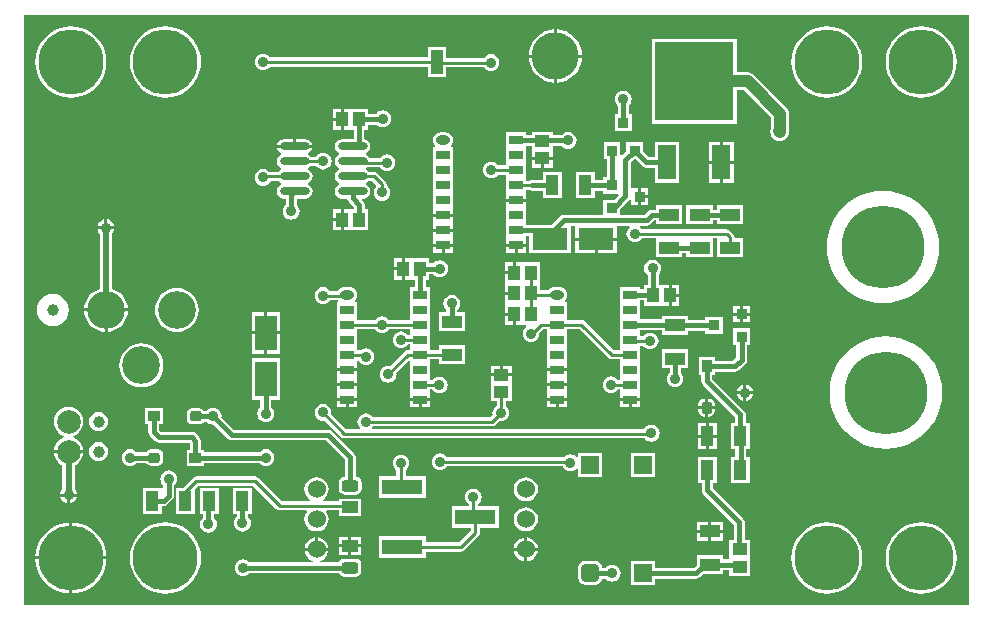
<source format=gtl>
G04 Layer_Physical_Order=1*
G04 Layer_Color=255*
%FSLAX25Y25*%
%MOIN*%
G70*
G01*
G75*
%ADD10C,0.15748*%
%ADD11R,0.03937X0.03347*%
G04:AMPARAMS|DCode=12|XSize=33.47mil|YSize=39.37mil|CornerRadius=8.37mil|HoleSize=0mil|Usage=FLASHONLY|Rotation=270.000|XOffset=0mil|YOffset=0mil|HoleType=Round|Shape=RoundedRectangle|*
%AMROUNDEDRECTD12*
21,1,0.03347,0.02264,0,0,270.0*
21,1,0.01673,0.03937,0,0,270.0*
1,1,0.01673,-0.01132,-0.00837*
1,1,0.01673,-0.01132,0.00837*
1,1,0.01673,0.01132,0.00837*
1,1,0.01673,0.01132,-0.00837*
%
%ADD12ROUNDEDRECTD12*%
%ADD13R,0.04724X0.03150*%
%ADD14O,0.04724X0.03150*%
%ADD15O,0.09843X0.02756*%
%ADD16R,0.03347X0.03937*%
G04:AMPARAMS|DCode=17|XSize=33.47mil|YSize=39.37mil|CornerRadius=8.37mil|HoleSize=0mil|Usage=FLASHONLY|Rotation=180.000|XOffset=0mil|YOffset=0mil|HoleType=Round|Shape=RoundedRectangle|*
%AMROUNDEDRECTD17*
21,1,0.03347,0.02264,0,0,180.0*
21,1,0.01673,0.03937,0,0,180.0*
1,1,0.01673,-0.00837,0.01132*
1,1,0.01673,0.00837,0.01132*
1,1,0.01673,0.00837,-0.01132*
1,1,0.01673,-0.00837,-0.01132*
%
%ADD17ROUNDEDRECTD17*%
%ADD18R,0.04134X0.05118*%
%ADD19R,0.13780X0.05118*%
%ADD20R,0.03740X0.03543*%
%ADD21R,0.03740X0.03543*%
%ADD22R,0.26378X0.26378*%
%ADD23R,0.06299X0.11811*%
%ADD24R,0.05118X0.04134*%
%ADD25R,0.07284X0.11811*%
%ADD26R,0.04331X0.06693*%
%ADD27R,0.05512X0.03937*%
G04:AMPARAMS|DCode=28|XSize=55.12mil|YSize=39.37mil|CornerRadius=9.84mil|HoleSize=0mil|Usage=FLASHONLY|Rotation=0.000|XOffset=0mil|YOffset=0mil|HoleType=Round|Shape=RoundedRectangle|*
%AMROUNDEDRECTD28*
21,1,0.05512,0.01969,0,0,0.0*
21,1,0.03543,0.03937,0,0,0.0*
1,1,0.01969,0.01772,-0.00984*
1,1,0.01969,-0.01772,-0.00984*
1,1,0.01969,-0.01772,0.00984*
1,1,0.01969,0.01772,0.00984*
%
%ADD28ROUNDEDRECTD28*%
%ADD29R,0.06693X0.04331*%
G04:AMPARAMS|DCode=30|XSize=60mil|YSize=60mil|CornerRadius=15mil|HoleSize=0mil|Usage=FLASHONLY|Rotation=180.000|XOffset=0mil|YOffset=0mil|HoleType=Round|Shape=RoundedRectangle|*
%AMROUNDEDRECTD30*
21,1,0.06000,0.03000,0,0,180.0*
21,1,0.03000,0.06000,0,0,180.0*
1,1,0.03000,-0.01500,0.01500*
1,1,0.03000,0.01500,0.01500*
1,1,0.03000,0.01500,-0.01500*
1,1,0.03000,-0.01500,-0.01500*
%
%ADD30ROUNDEDRECTD30*%
%ADD31R,0.06000X0.06000*%
%ADD32R,0.03937X0.07874*%
%ADD33R,0.03543X0.03740*%
%ADD34R,0.03543X0.03740*%
%ADD35R,0.11811X0.07284*%
%ADD36C,0.01000*%
%ADD37C,0.01500*%
%ADD38C,0.02000*%
%ADD39C,0.03937*%
%ADD40C,0.06000*%
%ADD41C,0.27559*%
%ADD42C,0.21654*%
%ADD43C,0.07874*%
%ADD44C,0.03937*%
%ADD45C,0.12598*%
%ADD46C,0.03543*%
G36*
X314961Y0D02*
X0D01*
X0Y196850D01*
X314961D01*
X314961Y0D01*
D02*
G37*
%LPC*%
G36*
X177764Y191939D02*
Y183571D01*
X186132D01*
X186009Y184810D01*
X185502Y186483D01*
X184678Y188025D01*
X183569Y189376D01*
X182218Y190485D01*
X180676Y191309D01*
X179003Y191816D01*
X177764Y191939D01*
D02*
G37*
G36*
X176764D02*
X175524Y191816D01*
X173851Y191309D01*
X172310Y190485D01*
X170958Y189376D01*
X169850Y188025D01*
X169026Y186483D01*
X168518Y184810D01*
X168396Y183571D01*
X176764D01*
Y191939D01*
D02*
G37*
G36*
X140764Y186039D02*
X134827D01*
Y182632D01*
X82103D01*
X81760Y183079D01*
X81181Y183523D01*
X80507Y183803D01*
X79783Y183898D01*
X79060Y183803D01*
X78385Y183523D01*
X77806Y183079D01*
X77362Y182500D01*
X77083Y181826D01*
X76988Y181102D01*
X77083Y180379D01*
X77362Y179705D01*
X77806Y179126D01*
X78385Y178681D01*
X79060Y178402D01*
X79783Y178307D01*
X80507Y178402D01*
X81181Y178681D01*
X81760Y179126D01*
X82103Y179573D01*
X134827D01*
Y176165D01*
X140764D01*
Y179376D01*
X153389D01*
X153732Y178929D01*
X154311Y178484D01*
X154985Y178205D01*
X155709Y178110D01*
X156432Y178205D01*
X157106Y178484D01*
X157685Y178929D01*
X158130Y179508D01*
X158409Y180182D01*
X158504Y180905D01*
X158409Y181629D01*
X158130Y182303D01*
X157685Y182882D01*
X157106Y183326D01*
X156432Y183606D01*
X155709Y183701D01*
X154985Y183606D01*
X154311Y183326D01*
X153732Y182882D01*
X153389Y182435D01*
X140764D01*
Y186039D01*
D02*
G37*
G36*
X186132Y182571D02*
X177764D01*
Y174203D01*
X179003Y174325D01*
X180676Y174833D01*
X182218Y175657D01*
X183569Y176766D01*
X184678Y178117D01*
X185502Y179658D01*
X186009Y181331D01*
X186132Y182571D01*
D02*
G37*
G36*
X176764D02*
X168396D01*
X168518Y181331D01*
X169026Y179658D01*
X169850Y178117D01*
X170958Y176766D01*
X172310Y175657D01*
X173851Y174833D01*
X175524Y174325D01*
X176764Y174203D01*
Y182571D01*
D02*
G37*
G36*
X299213Y192966D02*
X297357Y192820D01*
X295547Y192385D01*
X293827Y191673D01*
X292239Y190700D01*
X290824Y189491D01*
X289615Y188075D01*
X288642Y186488D01*
X287930Y184768D01*
X287495Y182958D01*
X287349Y181102D01*
X287495Y179246D01*
X287930Y177436D01*
X288642Y175716D01*
X289615Y174129D01*
X290824Y172714D01*
X292239Y171505D01*
X293827Y170532D01*
X295547Y169820D01*
X297357Y169385D01*
X299213Y169239D01*
X301068Y169385D01*
X302879Y169820D01*
X304598Y170532D01*
X306186Y171505D01*
X307601Y172714D01*
X308810Y174129D01*
X309783Y175716D01*
X310495Y177436D01*
X310930Y179246D01*
X311076Y181102D01*
X310930Y182958D01*
X310495Y184768D01*
X309783Y186488D01*
X308810Y188075D01*
X307601Y189491D01*
X306186Y190700D01*
X304598Y191673D01*
X302879Y192385D01*
X301068Y192820D01*
X299213Y192966D01*
D02*
G37*
G36*
X267717D02*
X265861Y192820D01*
X264051Y192385D01*
X262331Y191673D01*
X260743Y190700D01*
X259328Y189491D01*
X258119Y188075D01*
X257146Y186488D01*
X256434Y184768D01*
X255999Y182958D01*
X255853Y181102D01*
X255999Y179246D01*
X256434Y177436D01*
X257146Y175716D01*
X258119Y174129D01*
X259328Y172714D01*
X260743Y171505D01*
X262331Y170532D01*
X264051Y169820D01*
X265861Y169385D01*
X267717Y169239D01*
X269572Y169385D01*
X271382Y169820D01*
X273102Y170532D01*
X274690Y171505D01*
X276105Y172714D01*
X277314Y174129D01*
X278287Y175716D01*
X278999Y177436D01*
X279434Y179246D01*
X279580Y181102D01*
X279434Y182958D01*
X278999Y184768D01*
X278287Y186488D01*
X277314Y188075D01*
X276105Y189491D01*
X274690Y190700D01*
X273102Y191673D01*
X271382Y192385D01*
X269572Y192820D01*
X267717Y192966D01*
D02*
G37*
G36*
X47244D02*
X45388Y192820D01*
X43578Y192385D01*
X41858Y191673D01*
X40271Y190700D01*
X38855Y189491D01*
X37646Y188075D01*
X36674Y186488D01*
X35961Y184768D01*
X35527Y182958D01*
X35381Y181102D01*
X35527Y179246D01*
X35961Y177436D01*
X36674Y175716D01*
X37646Y174129D01*
X38855Y172714D01*
X40271Y171505D01*
X41858Y170532D01*
X43578Y169820D01*
X45388Y169385D01*
X47244Y169239D01*
X49100Y169385D01*
X50910Y169820D01*
X52630Y170532D01*
X54217Y171505D01*
X55633Y172714D01*
X56842Y174129D01*
X57814Y175716D01*
X58527Y177436D01*
X58961Y179246D01*
X59107Y181102D01*
X58961Y182958D01*
X58527Y184768D01*
X57814Y186488D01*
X56842Y188075D01*
X55633Y189491D01*
X54217Y190700D01*
X52630Y191673D01*
X50910Y192385D01*
X49100Y192820D01*
X47244Y192966D01*
D02*
G37*
G36*
X15748D02*
X13892Y192820D01*
X12082Y192385D01*
X10362Y191673D01*
X8775Y190700D01*
X7359Y189491D01*
X6150Y188075D01*
X5178Y186488D01*
X4465Y184768D01*
X4031Y182958D01*
X3885Y181102D01*
X4031Y179246D01*
X4465Y177436D01*
X5178Y175716D01*
X6150Y174129D01*
X7359Y172714D01*
X8775Y171505D01*
X10362Y170532D01*
X12082Y169820D01*
X13892Y169385D01*
X15748Y169239D01*
X17604Y169385D01*
X19414Y169820D01*
X21134Y170532D01*
X22721Y171505D01*
X24137Y172714D01*
X25346Y174129D01*
X26318Y175716D01*
X27031Y177436D01*
X27465Y179246D01*
X27611Y181102D01*
X27465Y182958D01*
X27031Y184768D01*
X26318Y186488D01*
X25346Y188075D01*
X24137Y189491D01*
X22721Y190700D01*
X21134Y191673D01*
X19414Y192385D01*
X17604Y192820D01*
X15748Y192966D01*
D02*
G37*
G36*
X105646Y165559D02*
X103079D01*
Y162500D01*
X105646D01*
Y165559D01*
D02*
G37*
G36*
X114921D02*
X106646D01*
Y162000D01*
Y158441D01*
X109963D01*
Y155424D01*
X106102D01*
X105175Y155240D01*
X104388Y154714D01*
X103862Y153928D01*
X103678Y153000D01*
X103862Y152072D01*
X104388Y151286D01*
X105175Y150760D01*
X105200Y150755D01*
Y150245D01*
X105175Y150240D01*
X104388Y149714D01*
X103862Y148928D01*
X103678Y148000D01*
X103862Y147072D01*
X104388Y146286D01*
X105175Y145760D01*
X105200Y145755D01*
Y145245D01*
X105175Y145240D01*
X104388Y144714D01*
X103862Y143928D01*
X103678Y143000D01*
X103862Y142072D01*
X104388Y141286D01*
X105175Y140760D01*
X105200Y140755D01*
Y140245D01*
X105175Y140240D01*
X104388Y139714D01*
X103862Y138928D01*
X103678Y138000D01*
X103862Y137072D01*
X104388Y136286D01*
X105175Y135760D01*
X106102Y135575D01*
X107872D01*
X107997Y134947D01*
X108384Y134368D01*
X110070Y132682D01*
Y132059D01*
X106646D01*
Y128500D01*
Y124941D01*
X114921D01*
Y132059D01*
X113639D01*
Y133421D01*
X113639Y133421D01*
X113503Y134104D01*
X113116Y134683D01*
X113116Y134683D01*
X112685Y135114D01*
X112877Y135575D01*
X113189D01*
X114117Y135760D01*
X114903Y136286D01*
X115429Y137072D01*
X115613Y138000D01*
X115429Y138928D01*
X114903Y139714D01*
X114117Y140240D01*
X114091Y140245D01*
Y140755D01*
X114117Y140760D01*
X114903Y141286D01*
X115027Y141471D01*
X116111D01*
X117542Y140039D01*
X117511Y139575D01*
X117067Y138996D01*
X116788Y138322D01*
X116693Y137598D01*
X116788Y136875D01*
X117067Y136201D01*
X117511Y135622D01*
X118090Y135177D01*
X118765Y134898D01*
X119488Y134803D01*
X120212Y134898D01*
X120886Y135177D01*
X121465Y135622D01*
X121909Y136201D01*
X122188Y136875D01*
X122284Y137598D01*
X122188Y138322D01*
X121909Y138996D01*
X121465Y139575D01*
X121018Y139918D01*
Y140256D01*
X120901Y140841D01*
X120570Y141337D01*
X117825Y144081D01*
X117329Y144413D01*
X116744Y144529D01*
X115027D01*
X114903Y144714D01*
X114117Y145240D01*
X114091Y145245D01*
Y145755D01*
X114117Y145760D01*
X114491Y146010D01*
X118743D01*
X119086Y145563D01*
X119665Y145118D01*
X120339Y144839D01*
X121063Y144744D01*
X121786Y144839D01*
X122461Y145118D01*
X123040Y145563D01*
X123484Y146142D01*
X123763Y146816D01*
X123859Y147539D01*
X123763Y148263D01*
X123484Y148937D01*
X123040Y149516D01*
X122461Y149960D01*
X121786Y150240D01*
X121063Y150335D01*
X120339Y150240D01*
X119665Y149960D01*
X119086Y149516D01*
X118743Y149069D01*
X115335D01*
X114903Y149714D01*
X114117Y150240D01*
X114091Y150245D01*
Y150755D01*
X114117Y150760D01*
X114903Y151286D01*
X115429Y152072D01*
X115613Y153000D01*
X115429Y153928D01*
X114903Y154714D01*
X114117Y155240D01*
X113531Y155357D01*
Y158441D01*
X114921D01*
Y160216D01*
X117724D01*
X118287Y159784D01*
X118962Y159504D01*
X119685Y159409D01*
X120409Y159504D01*
X121083Y159784D01*
X121662Y160228D01*
X122106Y160807D01*
X122385Y161481D01*
X122481Y162205D01*
X122385Y162928D01*
X122106Y163602D01*
X121662Y164181D01*
X121083Y164626D01*
X120409Y164905D01*
X119685Y165000D01*
X118962Y164905D01*
X118287Y164626D01*
X117708Y164181D01*
X117403Y163784D01*
X114921D01*
Y165559D01*
D02*
G37*
G36*
X105646Y161500D02*
X103079D01*
Y158441D01*
X105646D01*
Y161500D01*
D02*
G37*
G36*
X199902Y171496D02*
X199178Y171401D01*
X198504Y171122D01*
X197925Y170677D01*
X197480Y170099D01*
X197201Y169424D01*
X197106Y168701D01*
X197201Y167977D01*
X197480Y167303D01*
X197925Y166724D01*
X198117Y166576D01*
Y163697D01*
X197130D01*
Y157957D01*
X202673D01*
Y163697D01*
X201686D01*
Y166576D01*
X201878Y166724D01*
X202323Y167303D01*
X202602Y167977D01*
X202697Y168701D01*
X202602Y169424D01*
X202323Y170099D01*
X201878Y170677D01*
X201299Y171122D01*
X200625Y171401D01*
X199902Y171496D01*
D02*
G37*
G36*
X181496Y157717D02*
X180772Y157622D01*
X180098Y157342D01*
X179519Y156898D01*
X179372Y156705D01*
X176492D01*
Y157693D01*
X169374D01*
Y156705D01*
X167567D01*
Y157595D01*
X160843D01*
Y152445D01*
Y146608D01*
X158226D01*
X157882Y147055D01*
X157303Y147500D01*
X156629Y147779D01*
X155905Y147874D01*
X155182Y147779D01*
X154508Y147500D01*
X153929Y147055D01*
X153484Y146476D01*
X153205Y145802D01*
X153110Y145079D01*
X153205Y144355D01*
X153484Y143681D01*
X153929Y143102D01*
X154508Y142658D01*
X155182Y142378D01*
X155905Y142283D01*
X156629Y142378D01*
X157303Y142658D01*
X157882Y143102D01*
X158226Y143549D01*
X160843D01*
Y137445D01*
Y135520D01*
X164205D01*
X167567D01*
Y138490D01*
X168657D01*
X168923Y138312D01*
X169606Y138176D01*
X173016D01*
Y135614D01*
X179347D01*
Y144307D01*
X173016D01*
Y141745D01*
X169606D01*
X168923Y141609D01*
X168834Y141549D01*
X167567D01*
Y147445D01*
Y153137D01*
X169374D01*
Y151559D01*
Y149417D01*
X172933D01*
X176492D01*
Y151559D01*
Y153137D01*
X179372D01*
X179519Y152945D01*
X180098Y152500D01*
X180772Y152221D01*
X181496Y152126D01*
X182220Y152221D01*
X182894Y152500D01*
X183473Y152945D01*
X183917Y153524D01*
X184196Y154198D01*
X184292Y154921D01*
X184196Y155645D01*
X183917Y156319D01*
X183473Y156898D01*
X182894Y157342D01*
X182220Y157622D01*
X181496Y157717D01*
D02*
G37*
G36*
X237713Y188795D02*
X209335D01*
Y160417D01*
X237713D01*
Y171612D01*
X240098D01*
X249073Y162638D01*
Y159017D01*
X248966Y158759D01*
X248864Y157984D01*
X248966Y157209D01*
X249265Y156487D01*
X249741Y155867D01*
X249950Y155658D01*
X250570Y155183D01*
X251292Y154884D01*
X252067Y154781D01*
X252842Y154884D01*
X253265Y155059D01*
X253564Y155183D01*
X254184Y155658D01*
X254660Y156279D01*
X254784Y156578D01*
X254959Y157001D01*
X255061Y157776D01*
Y163878D01*
X254959Y164653D01*
X254784Y165076D01*
X254660Y165375D01*
X254184Y165995D01*
X243456Y176724D01*
X242836Y177199D01*
X242113Y177498D01*
X241339Y177600D01*
X237713D01*
Y188795D01*
D02*
G37*
G36*
X93898Y155424D02*
X90854D01*
Y153500D01*
X96223D01*
X96138Y153928D01*
X95612Y154714D01*
X94826Y155240D01*
X93898Y155424D01*
D02*
G37*
G36*
X89854D02*
X86811D01*
X85883Y155240D01*
X85097Y154714D01*
X84571Y153928D01*
X84486Y153500D01*
X89854D01*
Y155424D01*
D02*
G37*
G36*
X218618Y154543D02*
X210319D01*
Y149422D01*
X208318D01*
X206413Y151327D01*
Y154445D01*
X200870D01*
Y151327D01*
X199433Y149890D01*
X199023Y150010D01*
X198933Y150076D01*
Y154445D01*
X193390D01*
Y148705D01*
X194377D01*
Y142717D01*
X193177D01*
Y141745D01*
X190370D01*
Y144307D01*
X184039D01*
Y135614D01*
X190370D01*
Y138176D01*
X193177D01*
Y137173D01*
X198214D01*
X198422Y136673D01*
X196985Y135236D01*
X193177D01*
Y130131D01*
X180217D01*
X179534Y129995D01*
X178955Y129608D01*
X178955Y129608D01*
X176036Y126689D01*
X173098D01*
X172520Y126804D01*
X167567D01*
Y132445D01*
Y134520D01*
X164205D01*
X160843D01*
Y132445D01*
Y127445D01*
Y122445D01*
Y120520D01*
X164205D01*
X167567D01*
Y123235D01*
X168587D01*
Y117405D01*
X182398D01*
Y126562D01*
X183941D01*
Y122547D01*
X190846D01*
X197752D01*
Y126562D01*
X201941D01*
X202111Y126062D01*
X201763Y125796D01*
X201319Y125217D01*
X201040Y124542D01*
X200945Y123819D01*
X201040Y123095D01*
X201319Y122421D01*
X201763Y121842D01*
X202342Y121398D01*
X203017Y121119D01*
X203740Y121023D01*
X204464Y121119D01*
X205138Y121398D01*
X205717Y121842D01*
X206060Y122290D01*
X210422D01*
X210910Y122260D01*
X210910Y121790D01*
Y115929D01*
X219602D01*
Y117310D01*
X220949D01*
Y115929D01*
X229642D01*
X229642Y122260D01*
X230129Y122290D01*
X230697D01*
X231185Y122260D01*
Y115929D01*
X239878D01*
Y122260D01*
X237061D01*
Y122638D01*
X236944Y123223D01*
X236613Y123719D01*
X235432Y124900D01*
X234936Y125232D01*
X234350Y125348D01*
X206060D01*
X205717Y125796D01*
X205370Y126062D01*
X205539Y126562D01*
X207776D01*
X208458Y126698D01*
X209037Y127085D01*
X210286Y128334D01*
X210910D01*
Y126953D01*
X219602D01*
Y133283D01*
X210910D01*
Y131902D01*
X209547D01*
X208864Y131767D01*
X208286Y131380D01*
X207036Y130131D01*
X198917D01*
Y132122D01*
X201852Y135057D01*
X201929Y135172D01*
X202429Y135021D01*
Y133433D01*
X204799D01*
Y136205D01*
Y138976D01*
X202429Y138976D01*
X202375Y139454D01*
Y147784D01*
X203295Y148705D01*
X203989D01*
X206317Y146376D01*
X206896Y145989D01*
X207579Y145853D01*
X207579Y145853D01*
X210319D01*
Y140732D01*
X218618D01*
Y154543D01*
D02*
G37*
G36*
X236728D02*
X233079D01*
Y148138D01*
X236728D01*
Y154543D01*
D02*
G37*
G36*
X232079D02*
X228429D01*
Y148138D01*
X232079D01*
Y154543D01*
D02*
G37*
G36*
X176492Y148417D02*
X173433D01*
Y145850D01*
X176492D01*
Y148417D01*
D02*
G37*
G36*
X172433D02*
X169374D01*
Y145850D01*
X172433D01*
Y148417D01*
D02*
G37*
G36*
X96223Y152500D02*
X90354D01*
X84486D01*
X84571Y152072D01*
X85097Y151286D01*
X85883Y150760D01*
X85909Y150755D01*
Y150245D01*
X85883Y150240D01*
X85097Y149714D01*
X84571Y148928D01*
X84386Y148000D01*
X84571Y147072D01*
X85097Y146286D01*
X85883Y145760D01*
X85909Y145755D01*
Y145245D01*
X85883Y145240D01*
X85097Y144714D01*
X84973Y144529D01*
X81879D01*
X81855Y144560D01*
X81276Y145005D01*
X80602Y145284D01*
X79878Y145379D01*
X79155Y145284D01*
X78481Y145005D01*
X77902Y144560D01*
X77457Y143981D01*
X77178Y143307D01*
X77083Y142584D01*
X77178Y141860D01*
X77457Y141186D01*
X77902Y140607D01*
X78481Y140163D01*
X79155Y139883D01*
X79878Y139788D01*
X80602Y139883D01*
X81276Y140163D01*
X81855Y140607D01*
X82300Y141186D01*
X82417Y141471D01*
X84973D01*
X85097Y141286D01*
X85883Y140760D01*
X85909Y140755D01*
Y140245D01*
X85883Y140240D01*
X85097Y139714D01*
X84571Y138928D01*
X84386Y138000D01*
X84571Y137072D01*
X85097Y136286D01*
X85883Y135760D01*
X86811Y135575D01*
X87389D01*
Y133424D01*
X87196Y133276D01*
X86752Y132697D01*
X86473Y132023D01*
X86378Y131299D01*
X86473Y130576D01*
X86752Y129901D01*
X87196Y129322D01*
X87775Y128878D01*
X88450Y128599D01*
X89173Y128504D01*
X89897Y128599D01*
X90571Y128878D01*
X91150Y129322D01*
X91594Y129901D01*
X91874Y130576D01*
X91969Y131299D01*
X91874Y132023D01*
X91594Y132697D01*
X91150Y133276D01*
X90957Y133424D01*
Y135575D01*
X93898D01*
X94826Y135760D01*
X95612Y136286D01*
X96138Y137072D01*
X96322Y138000D01*
X96138Y138928D01*
X95612Y139714D01*
X94826Y140240D01*
X94800Y140245D01*
Y140755D01*
X94826Y140760D01*
X95612Y141286D01*
X96138Y142072D01*
X96322Y143000D01*
X96138Y143928D01*
X95612Y144714D01*
X94826Y145240D01*
X94800Y145245D01*
Y145755D01*
X94826Y145760D01*
X95612Y146286D01*
X95736Y146471D01*
X97568D01*
X97911Y146023D01*
X98490Y145579D01*
X99164Y145300D01*
X99888Y145204D01*
X100611Y145300D01*
X101285Y145579D01*
X101864Y146023D01*
X102309Y146602D01*
X102588Y147276D01*
X102683Y148000D01*
X102588Y148724D01*
X102309Y149398D01*
X101864Y149977D01*
X101285Y150421D01*
X100611Y150700D01*
X99888Y150796D01*
X99164Y150700D01*
X98490Y150421D01*
X97911Y149977D01*
X97568Y149529D01*
X95736D01*
X95612Y149714D01*
X94826Y150240D01*
X94800Y150245D01*
Y150755D01*
X94826Y150760D01*
X95612Y151286D01*
X96138Y152072D01*
X96223Y152500D01*
D02*
G37*
G36*
X236728Y147138D02*
X233079D01*
Y140732D01*
X236728D01*
Y147138D01*
D02*
G37*
G36*
X232079D02*
X228429D01*
Y140732D01*
X232079D01*
Y147138D01*
D02*
G37*
G36*
X205799Y138976D02*
Y136705D01*
X208169D01*
Y138976D01*
X205799D01*
D02*
G37*
G36*
X208169Y135705D02*
X205799D01*
Y133433D01*
X208169D01*
Y135705D01*
D02*
G37*
G36*
X239878Y133283D02*
X231185D01*
Y131902D01*
X229642D01*
Y133283D01*
X220949D01*
Y126953D01*
X229642D01*
Y128334D01*
X231185D01*
Y126953D01*
X239878D01*
Y133283D01*
D02*
G37*
G36*
X140583Y157617D02*
X139008D01*
X138336Y157528D01*
X137709Y157269D01*
X137171Y156856D01*
X136759Y156318D01*
X136499Y155692D01*
X136411Y155020D01*
X136499Y154348D01*
X136759Y153721D01*
X137171Y153183D01*
X137287Y153094D01*
X137118Y152594D01*
X136433D01*
Y147445D01*
Y142445D01*
Y137445D01*
Y132445D01*
Y130520D01*
X139795D01*
X143157D01*
Y132445D01*
Y137445D01*
Y142445D01*
Y147445D01*
Y152594D01*
X142473D01*
X142303Y153094D01*
X142419Y153183D01*
X142832Y153721D01*
X143091Y154348D01*
X143180Y155020D01*
X143091Y155692D01*
X142832Y156318D01*
X142419Y156856D01*
X141881Y157269D01*
X141255Y157528D01*
X140583Y157617D01*
D02*
G37*
G36*
X105646Y132059D02*
X103079D01*
Y129000D01*
X105646D01*
Y132059D01*
D02*
G37*
G36*
X27862Y128616D02*
Y126386D01*
X30092D01*
X30062Y126609D01*
X29783Y127284D01*
X29339Y127863D01*
X28760Y128307D01*
X28086Y128586D01*
X27862Y128616D01*
D02*
G37*
G36*
X26862D02*
X26639Y128586D01*
X25964Y128307D01*
X25385Y127863D01*
X24941Y127284D01*
X24662Y126609D01*
X24633Y126386D01*
X26862D01*
Y128616D01*
D02*
G37*
G36*
X143157Y129520D02*
X139795D01*
X136433D01*
Y127445D01*
Y125520D01*
X139795D01*
X143157D01*
Y127445D01*
Y129520D01*
D02*
G37*
G36*
X105646Y128000D02*
X103079D01*
Y124941D01*
X105646D01*
Y128000D01*
D02*
G37*
G36*
X143157Y124520D02*
X139795D01*
X136433D01*
Y122445D01*
Y120520D01*
X139795D01*
X143157D01*
Y122445D01*
Y124520D01*
D02*
G37*
G36*
X167567Y119520D02*
X164705D01*
Y117445D01*
X167567D01*
Y119520D01*
D02*
G37*
G36*
X163705D02*
X160843D01*
Y117445D01*
X163705D01*
Y119520D01*
D02*
G37*
G36*
X143157D02*
X140295D01*
Y117445D01*
X143157D01*
Y119520D01*
D02*
G37*
G36*
X139295D02*
X136433D01*
Y117445D01*
X139295D01*
Y119520D01*
D02*
G37*
G36*
X197752Y121547D02*
X191346D01*
Y117405D01*
X197752D01*
Y121547D01*
D02*
G37*
G36*
X190346D02*
X183941D01*
Y117405D01*
X190346D01*
Y121547D01*
D02*
G37*
G36*
X125976Y115665D02*
X123409D01*
Y112606D01*
X125976D01*
Y115665D01*
D02*
G37*
G36*
X162984Y114386D02*
X160417D01*
Y111327D01*
X162984D01*
Y114386D01*
D02*
G37*
G36*
X135252Y115665D02*
X126976D01*
Y112106D01*
Y108547D01*
X130401D01*
Y106075D01*
X128842D01*
Y100925D01*
Y95029D01*
X121811D01*
X121465Y95481D01*
X120886Y95925D01*
X120212Y96204D01*
X119488Y96299D01*
X118765Y96204D01*
X118090Y95925D01*
X117511Y95481D01*
X117165Y95029D01*
X111158D01*
Y101075D01*
X110473D01*
X110303Y101575D01*
X110419Y101664D01*
X110832Y102201D01*
X111091Y102828D01*
X111180Y103500D01*
X111091Y104172D01*
X110832Y104798D01*
X110419Y105336D01*
X109881Y105749D01*
X109255Y106009D01*
X108583Y106097D01*
X107008D01*
X106336Y106009D01*
X105709Y105749D01*
X105172Y105336D01*
X104759Y104798D01*
X104744Y104763D01*
X102208D01*
X101864Y105211D01*
X101285Y105655D01*
X100611Y105934D01*
X99888Y106030D01*
X99164Y105934D01*
X98490Y105655D01*
X97911Y105211D01*
X97467Y104632D01*
X97187Y103958D01*
X97092Y103234D01*
X97187Y102511D01*
X97467Y101836D01*
X97911Y101257D01*
X98490Y100813D01*
X99164Y100534D01*
X99888Y100438D01*
X100611Y100534D01*
X101285Y100813D01*
X101864Y101257D01*
X102208Y101705D01*
X104803D01*
X104899Y101575D01*
X104647Y101075D01*
X104433D01*
Y95925D01*
Y90925D01*
Y85925D01*
Y80925D01*
Y79000D01*
X107795D01*
X111158D01*
Y81368D01*
X111654Y81476D01*
X112098Y80897D01*
X112677Y80453D01*
X113351Y80174D01*
X114075Y80078D01*
X114798Y80174D01*
X115473Y80453D01*
X116052Y80897D01*
X116496Y81476D01*
X116775Y82151D01*
X116870Y82874D01*
X116775Y83598D01*
X116496Y84272D01*
X116052Y84851D01*
X115473Y85295D01*
X114798Y85574D01*
X114075Y85670D01*
X113351Y85574D01*
X112677Y85295D01*
X112331Y85029D01*
X111158D01*
Y91971D01*
X117171D01*
X117511Y91527D01*
X118090Y91083D01*
X118765Y90804D01*
X119488Y90708D01*
X120212Y90804D01*
X120886Y91083D01*
X121465Y91527D01*
X121805Y91971D01*
X128842D01*
Y90029D01*
X128095D01*
X127764Y90461D01*
X127185Y90905D01*
X126511Y91185D01*
X125787Y91280D01*
X125064Y91185D01*
X124390Y90905D01*
X123811Y90461D01*
X123366Y89882D01*
X123087Y89208D01*
X122992Y88484D01*
X123087Y87761D01*
X123366Y87086D01*
X123811Y86507D01*
X124390Y86063D01*
X125064Y85784D01*
X125787Y85689D01*
X126511Y85784D01*
X127185Y86063D01*
X127764Y86507D01*
X128120Y86971D01*
X128842D01*
Y85029D01*
X128087D01*
X127501Y84913D01*
X127005Y84581D01*
X122114Y79690D01*
X121555Y79764D01*
X120832Y79669D01*
X120157Y79390D01*
X119578Y78945D01*
X119134Y78366D01*
X118855Y77692D01*
X118760Y76968D01*
X118855Y76245D01*
X119134Y75571D01*
X119578Y74992D01*
X120157Y74547D01*
X120832Y74268D01*
X121555Y74173D01*
X122279Y74268D01*
X122953Y74547D01*
X123532Y74992D01*
X123976Y75571D01*
X124255Y76245D01*
X124351Y76968D01*
X124277Y77528D01*
X128342Y81593D01*
X128842Y81386D01*
Y75925D01*
Y70925D01*
Y69000D01*
X132205D01*
X135567D01*
Y71971D01*
X136205D01*
X136606Y71448D01*
X137185Y71004D01*
X137859Y70725D01*
X138583Y70630D01*
X139306Y70725D01*
X139980Y71004D01*
X140559Y71448D01*
X141004Y72027D01*
X141283Y72702D01*
X141378Y73425D01*
X141283Y74149D01*
X141004Y74823D01*
X140559Y75402D01*
X139980Y75846D01*
X139306Y76126D01*
X138583Y76221D01*
X137859Y76126D01*
X137185Y75846D01*
X136606Y75402D01*
X136320Y75029D01*
X135567D01*
Y81971D01*
X138362D01*
Y80252D01*
X147055D01*
Y86583D01*
X138362D01*
Y85029D01*
X135567D01*
Y90925D01*
Y95925D01*
Y100925D01*
Y106075D01*
X133969D01*
Y108547D01*
X135252D01*
Y110368D01*
X136581Y110388D01*
X136704Y110228D01*
X137283Y109784D01*
X137958Y109504D01*
X138681Y109409D01*
X139405Y109504D01*
X140079Y109784D01*
X140658Y110228D01*
X141102Y110807D01*
X141381Y111481D01*
X141477Y112205D01*
X141381Y112928D01*
X141102Y113602D01*
X140658Y114181D01*
X140079Y114626D01*
X139405Y114905D01*
X138681Y115000D01*
X137958Y114905D01*
X137283Y114626D01*
X136704Y114181D01*
X136532Y113957D01*
X135608Y113943D01*
X135252Y114294D01*
Y115665D01*
D02*
G37*
G36*
X125976Y111606D02*
X123409D01*
Y108547D01*
X125976D01*
Y111606D01*
D02*
G37*
G36*
X209646Y115099D02*
X208922Y115004D01*
X208248Y114724D01*
X207669Y114280D01*
X207225Y113701D01*
X206945Y113027D01*
X206850Y112303D01*
X206945Y111580D01*
X207225Y110905D01*
X207669Y110326D01*
X208058Y110028D01*
Y106905D01*
X206776D01*
Y105284D01*
X205567D01*
Y106075D01*
X198843D01*
Y100925D01*
Y95925D01*
Y90925D01*
Y85029D01*
X196563D01*
X187011Y94581D01*
X186514Y94913D01*
X185929Y95029D01*
X181158D01*
Y101075D01*
X180473D01*
X180303Y101575D01*
X180419Y101664D01*
X180832Y102201D01*
X181091Y102828D01*
X181180Y103500D01*
X181091Y104172D01*
X180832Y104798D01*
X180419Y105336D01*
X179881Y105749D01*
X179255Y106009D01*
X178583Y106097D01*
X177008D01*
X176336Y106009D01*
X175709Y105749D01*
X175171Y105336D01*
X174936Y105029D01*
X172260D01*
Y107268D01*
Y114386D01*
X163984D01*
Y110827D01*
X163484D01*
Y110327D01*
X160417D01*
Y107268D01*
Y104535D01*
X163484D01*
Y103535D01*
X160417D01*
Y100476D01*
Y97449D01*
X163484D01*
Y96949D01*
X163984D01*
Y93390D01*
X167461D01*
X167477Y93362D01*
X167589Y92890D01*
X167118Y92528D01*
X166674Y91949D01*
X166394Y91275D01*
X166299Y90551D01*
X166394Y89828D01*
X166674Y89153D01*
X167118Y88574D01*
X167697Y88130D01*
X168371Y87851D01*
X169095Y87756D01*
X169818Y87851D01*
X170492Y88130D01*
X171071Y88574D01*
X171516Y89153D01*
X171795Y89828D01*
X171890Y90551D01*
X171869Y90714D01*
X173125Y91971D01*
X174433D01*
Y85925D01*
Y80925D01*
Y79000D01*
X177795D01*
X181158D01*
Y80925D01*
Y85925D01*
Y91971D01*
X185296D01*
X194883Y82383D01*
X195379Y82052D01*
X195965Y81935D01*
X196143Y81971D01*
X198843D01*
Y75029D01*
X198210D01*
X197866Y75477D01*
X197287Y75921D01*
X196613Y76200D01*
X195890Y76296D01*
X195166Y76200D01*
X194492Y75921D01*
X193913Y75477D01*
X193469Y74898D01*
X193190Y74224D01*
X193094Y73500D01*
X193190Y72776D01*
X193469Y72102D01*
X193913Y71523D01*
X194492Y71079D01*
X195166Y70800D01*
X195890Y70704D01*
X196613Y70800D01*
X197287Y71079D01*
X197866Y71523D01*
X198210Y71971D01*
X198843D01*
Y69000D01*
X202205D01*
X205567D01*
Y70925D01*
Y75925D01*
Y80925D01*
Y86561D01*
X206538D01*
X206881Y86114D01*
X207460Y85669D01*
X208135Y85390D01*
X208858Y85295D01*
X209582Y85390D01*
X210256Y85669D01*
X210835Y86114D01*
X211279Y86693D01*
X211559Y87367D01*
X211654Y88090D01*
X211559Y88814D01*
X211279Y89488D01*
X210835Y90067D01*
X210256Y90512D01*
X209582Y90791D01*
X208858Y90886D01*
X208135Y90791D01*
X207460Y90512D01*
X206881Y90067D01*
X206538Y89620D01*
X205567D01*
Y91716D01*
X212843D01*
Y90091D01*
X221536D01*
Y91472D01*
X227248D01*
Y90535D01*
X232988D01*
Y96079D01*
X227248D01*
Y95040D01*
X221536D01*
Y96421D01*
X212843D01*
Y95284D01*
X205567D01*
Y101716D01*
X206776D01*
Y99787D01*
X215051D01*
Y103347D01*
Y106905D01*
X211627D01*
Y110332D01*
X212067Y110905D01*
X212346Y111580D01*
X212441Y112303D01*
X212346Y113027D01*
X212067Y113701D01*
X211622Y114280D01*
X211044Y114724D01*
X210369Y115004D01*
X209646Y115099D01*
D02*
G37*
G36*
X218618Y106905D02*
X216051D01*
Y103847D01*
X218618D01*
Y106905D01*
D02*
G37*
G36*
X286417Y138146D02*
X283969Y137986D01*
X281563Y137507D01*
X279239Y136719D01*
X277039Y135634D01*
X274999Y134270D01*
X273154Y132653D01*
X271537Y130808D01*
X270174Y128768D01*
X269088Y126568D01*
X268300Y124244D01*
X267821Y121838D01*
X267661Y119390D01*
X267821Y116941D01*
X268300Y114535D01*
X269088Y112212D01*
X270174Y110011D01*
X271537Y107971D01*
X273154Y106127D01*
X274999Y104509D01*
X277039Y103146D01*
X279239Y102061D01*
X281563Y101272D01*
X283969Y100794D01*
X286417Y100633D01*
X288866Y100794D01*
X291272Y101272D01*
X293595Y102061D01*
X295796Y103146D01*
X297836Y104509D01*
X299680Y106127D01*
X301298Y107971D01*
X302661Y110011D01*
X303746Y112212D01*
X304535Y114535D01*
X305013Y116941D01*
X305174Y119390D01*
X305013Y121838D01*
X304535Y124244D01*
X303746Y126568D01*
X302661Y128768D01*
X301298Y130808D01*
X299680Y132653D01*
X297836Y134270D01*
X295796Y135634D01*
X293595Y136719D01*
X291272Y137507D01*
X288866Y137986D01*
X286417Y138146D01*
D02*
G37*
G36*
X218618Y102847D02*
X216051D01*
Y99787D01*
X218618D01*
Y102847D01*
D02*
G37*
G36*
X30092Y125386D02*
X24633D01*
X24662Y125162D01*
X24941Y124488D01*
X25385Y123909D01*
X25421Y123881D01*
Y105434D01*
X24654Y105201D01*
X23386Y104524D01*
X22274Y103612D01*
X21362Y102500D01*
X20684Y101232D01*
X20267Y99856D01*
X20175Y98925D01*
X34746D01*
X34654Y99856D01*
X34237Y101232D01*
X33559Y102500D01*
X32647Y103612D01*
X31536Y104524D01*
X30267Y105201D01*
X29500Y105434D01*
Y124119D01*
X29783Y124488D01*
X30062Y125162D01*
X30092Y125386D01*
D02*
G37*
G36*
X242240Y99819D02*
X239870D01*
Y97547D01*
X242240D01*
Y99819D01*
D02*
G37*
G36*
X238870D02*
X236500D01*
Y97547D01*
X238870D01*
Y99819D01*
D02*
G37*
G36*
X242240Y96547D02*
X239870D01*
Y94276D01*
X242240D01*
Y96547D01*
D02*
G37*
G36*
X238870D02*
X236500D01*
Y94276D01*
X238870D01*
Y96547D01*
D02*
G37*
G36*
X162984Y96449D02*
X160417D01*
Y93390D01*
X162984D01*
Y96449D01*
D02*
G37*
G36*
X9744Y103802D02*
X8353Y103619D01*
X7056Y103082D01*
X5942Y102227D01*
X5088Y101114D01*
X4551Y99817D01*
X4367Y98425D01*
X4551Y97034D01*
X5088Y95737D01*
X5942Y94623D01*
X7056Y93769D01*
X8353Y93232D01*
X9744Y93049D01*
X11136Y93232D01*
X12432Y93769D01*
X13546Y94623D01*
X14401Y95737D01*
X14938Y97034D01*
X15121Y98425D01*
X14938Y99817D01*
X14401Y101114D01*
X13546Y102227D01*
X12432Y103082D01*
X11136Y103619D01*
X9744Y103802D01*
D02*
G37*
G36*
X142709Y103394D02*
X141985Y103299D01*
X141311Y103019D01*
X140732Y102575D01*
X140288Y101996D01*
X140008Y101322D01*
X139913Y100598D01*
X140008Y99875D01*
X140288Y99201D01*
X140732Y98622D01*
X140924Y98474D01*
Y97606D01*
X138362D01*
Y91276D01*
X147055D01*
Y97606D01*
X144493D01*
Y98474D01*
X144685Y98622D01*
X145130Y99201D01*
X145409Y99875D01*
X145504Y100598D01*
X145409Y101322D01*
X145130Y101996D01*
X144685Y102575D01*
X144106Y103019D01*
X143432Y103299D01*
X142709Y103394D01*
D02*
G37*
G36*
X85343Y97669D02*
X81201D01*
Y91264D01*
X85343D01*
Y97669D01*
D02*
G37*
G36*
X80201D02*
X76059D01*
Y91264D01*
X80201D01*
Y97669D01*
D02*
G37*
G36*
X34746Y97925D02*
X27961D01*
Y91140D01*
X28892Y91232D01*
X30267Y91649D01*
X31536Y92327D01*
X32647Y93239D01*
X33559Y94350D01*
X34237Y95618D01*
X34654Y96994D01*
X34746Y97925D01*
D02*
G37*
G36*
X26961D02*
X20175D01*
X20267Y96994D01*
X20684Y95618D01*
X21362Y94350D01*
X22274Y93239D01*
X23386Y92327D01*
X24654Y91649D01*
X26030Y91232D01*
X26961Y91140D01*
Y97925D01*
D02*
G37*
G36*
X51083Y105760D02*
X49652Y105619D01*
X48276Y105201D01*
X47008Y104524D01*
X45896Y103612D01*
X44984Y102500D01*
X44306Y101232D01*
X43889Y99856D01*
X43748Y98425D01*
X43889Y96994D01*
X44306Y95618D01*
X44984Y94350D01*
X45896Y93239D01*
X47008Y92327D01*
X48276Y91649D01*
X49652Y91232D01*
X51083Y91091D01*
X52514Y91232D01*
X53890Y91649D01*
X55158Y92327D01*
X56269Y93239D01*
X57181Y94350D01*
X57859Y95618D01*
X58276Y96994D01*
X58417Y98425D01*
X58276Y99856D01*
X57859Y101232D01*
X57181Y102500D01*
X56269Y103612D01*
X55158Y104524D01*
X53890Y105201D01*
X52514Y105619D01*
X51083Y105760D01*
D02*
G37*
G36*
X85343Y90264D02*
X81201D01*
Y83858D01*
X85343D01*
Y90264D01*
D02*
G37*
G36*
X80201D02*
X76059D01*
Y83858D01*
X80201D01*
Y90264D01*
D02*
G37*
G36*
X242240Y92339D02*
X236500D01*
Y86795D01*
X237586D01*
Y82629D01*
X236367Y81410D01*
X230331D01*
Y82595D01*
X224984D01*
Y76657D01*
X225873D01*
Y74803D01*
X226009Y74120D01*
X226396Y73541D01*
X237094Y62844D01*
Y60646D01*
X235713D01*
Y51953D01*
X237192D01*
Y49524D01*
X235713D01*
Y40831D01*
X242043D01*
Y49524D01*
X240761D01*
Y51953D01*
X242043D01*
Y60646D01*
X240662D01*
Y63583D01*
X240526Y64266D01*
X240140Y64844D01*
X229442Y75542D01*
Y76657D01*
X230331D01*
Y77842D01*
X237106D01*
X237789Y77978D01*
X238368Y78364D01*
X240632Y80628D01*
X241019Y81207D01*
X241154Y81890D01*
Y86795D01*
X242240D01*
Y92339D01*
D02*
G37*
G36*
X162764Y79831D02*
X159705D01*
Y77264D01*
X162764D01*
Y79831D01*
D02*
G37*
G36*
X158705D02*
X155646D01*
Y77264D01*
X158705D01*
Y79831D01*
D02*
G37*
G36*
X181158Y78000D02*
X177795D01*
X174433D01*
Y75925D01*
Y74000D01*
X177795D01*
X181158D01*
Y75925D01*
Y78000D01*
D02*
G37*
G36*
X111158D02*
X107795D01*
X104433D01*
Y75925D01*
Y74000D01*
X107795D01*
X111158D01*
Y75925D01*
Y78000D01*
D02*
G37*
G36*
X221536Y85398D02*
X212843D01*
Y79067D01*
X215405D01*
Y77567D01*
X215149Y77371D01*
X214705Y76792D01*
X214426Y76117D01*
X214330Y75394D01*
X214426Y74670D01*
X214705Y73996D01*
X215149Y73417D01*
X215728Y72973D01*
X216402Y72693D01*
X217126Y72598D01*
X217849Y72693D01*
X218524Y72973D01*
X219103Y73417D01*
X219547Y73996D01*
X219826Y74670D01*
X219921Y75394D01*
X219826Y76117D01*
X219547Y76792D01*
X219103Y77371D01*
X218973Y77470D01*
Y79067D01*
X221536D01*
Y85398D01*
D02*
G37*
G36*
X39272Y87256D02*
X37841Y87115D01*
X36465Y86698D01*
X35197Y86020D01*
X34085Y85108D01*
X33173Y83996D01*
X32495Y82728D01*
X32078Y81352D01*
X31937Y79921D01*
X32078Y78490D01*
X32495Y77114D01*
X33173Y75846D01*
X34085Y74735D01*
X35197Y73823D01*
X36465Y73145D01*
X37841Y72728D01*
X39272Y72587D01*
X40703Y72728D01*
X42078Y73145D01*
X43347Y73823D01*
X44458Y74735D01*
X45370Y75846D01*
X46048Y77114D01*
X46465Y78490D01*
X46606Y79921D01*
X46465Y81352D01*
X46048Y82728D01*
X45370Y83996D01*
X44458Y85108D01*
X43347Y86020D01*
X42078Y86698D01*
X40703Y87115D01*
X39272Y87256D01*
D02*
G37*
G36*
X240953Y73596D02*
Y71366D01*
X243182D01*
X243153Y71590D01*
X242874Y72264D01*
X242429Y72843D01*
X241850Y73287D01*
X241176Y73566D01*
X240953Y73596D01*
D02*
G37*
G36*
X239953D02*
X239729Y73566D01*
X239055Y73287D01*
X238476Y72843D01*
X238032Y72264D01*
X237752Y71590D01*
X237723Y71366D01*
X239953D01*
Y73596D01*
D02*
G37*
G36*
X181158Y73000D02*
X177795D01*
X174433D01*
Y70925D01*
Y69000D01*
X177795D01*
X181158D01*
Y70925D01*
Y73000D01*
D02*
G37*
G36*
X111158D02*
X107795D01*
X104433D01*
Y70925D01*
Y69000D01*
X107795D01*
X111158D01*
Y70925D01*
Y73000D01*
D02*
G37*
G36*
X243182Y70366D02*
X240953D01*
Y68136D01*
X241176Y68166D01*
X241850Y68445D01*
X242429Y68889D01*
X242874Y69468D01*
X243153Y70143D01*
X243182Y70366D01*
D02*
G37*
G36*
X239953D02*
X237723D01*
X237752Y70143D01*
X238032Y69468D01*
X238476Y68889D01*
X239055Y68445D01*
X239729Y68166D01*
X239953Y68136D01*
Y70366D01*
D02*
G37*
G36*
X228494Y68851D02*
X228157D01*
Y66347D01*
X230367D01*
Y66978D01*
X230224Y67695D01*
X229818Y68303D01*
X229211Y68708D01*
X228494Y68851D01*
D02*
G37*
G36*
X227157D02*
X226821D01*
X226104Y68708D01*
X225497Y68303D01*
X225091Y67695D01*
X224948Y66978D01*
Y66347D01*
X227157D01*
Y68851D01*
D02*
G37*
G36*
X205567Y68000D02*
X202705D01*
Y65925D01*
X205567D01*
Y68000D01*
D02*
G37*
G36*
X201705D02*
X198843D01*
Y65925D01*
X201705D01*
Y68000D01*
D02*
G37*
G36*
X181158D02*
X178295D01*
Y65925D01*
X181158D01*
Y68000D01*
D02*
G37*
G36*
X177295D02*
X174433D01*
Y65925D01*
X177295D01*
Y68000D01*
D02*
G37*
G36*
X135567D02*
X132705D01*
Y65925D01*
X135567D01*
Y68000D01*
D02*
G37*
G36*
X131705D02*
X128842D01*
Y65925D01*
X131705D01*
Y68000D01*
D02*
G37*
G36*
X111158D02*
X108295D01*
Y65925D01*
X111158D01*
Y68000D01*
D02*
G37*
G36*
X107295D02*
X104433D01*
Y65925D01*
X107295D01*
Y68000D01*
D02*
G37*
G36*
X63189Y65788D02*
X62465Y65692D01*
X61791Y65413D01*
X61212Y64969D01*
X61064Y64776D01*
X59985D01*
X59752Y65125D01*
X59145Y65531D01*
X58428Y65674D01*
X56164D01*
X55448Y65531D01*
X54840Y65125D01*
X54434Y64517D01*
X54292Y63801D01*
Y62128D01*
X54434Y61411D01*
X54840Y60804D01*
X55448Y60398D01*
X56164Y60255D01*
X58428D01*
X59145Y60398D01*
X59752Y60804D01*
X60022Y61208D01*
X61064D01*
X61212Y61015D01*
X61791Y60571D01*
X62465Y60292D01*
X63189Y60197D01*
X63429Y60228D01*
X68128Y55530D01*
X68707Y55143D01*
X69390Y55007D01*
X100639D01*
X107074Y48572D01*
Y42867D01*
X106312Y42716D01*
X105656Y42277D01*
X105217Y41621D01*
X105063Y40846D01*
Y38878D01*
X105217Y38104D01*
X105656Y37447D01*
X106312Y37009D01*
X107087Y36855D01*
X110630D01*
X111404Y37009D01*
X112060Y37447D01*
X112499Y38104D01*
X112653Y38878D01*
Y40846D01*
X112499Y41621D01*
X112060Y42277D01*
X111404Y42716D01*
X110643Y42867D01*
Y49311D01*
X110507Y49994D01*
X110120Y50573D01*
X102640Y58053D01*
X102061Y58440D01*
X101378Y58576D01*
X70129D01*
X65953Y62752D01*
X65985Y62992D01*
X65889Y63716D01*
X65610Y64390D01*
X65166Y64969D01*
X64587Y65413D01*
X63912Y65692D01*
X63189Y65788D01*
D02*
G37*
G36*
X230367Y65346D02*
X228157D01*
Y62842D01*
X228494D01*
X229211Y62985D01*
X229818Y63390D01*
X230224Y63998D01*
X230367Y64715D01*
Y65346D01*
D02*
G37*
G36*
X227157D02*
X224948D01*
Y64715D01*
X225091Y63998D01*
X225497Y63390D01*
X226104Y62985D01*
X226821Y62842D01*
X227157D01*
Y65346D01*
D02*
G37*
G36*
X162764Y76264D02*
X155646D01*
Y73697D01*
Y67988D01*
X157675D01*
Y66503D01*
X157657Y66496D01*
X157078Y66052D01*
X156634Y65473D01*
X156355Y64798D01*
X156260Y64075D01*
X156333Y63516D01*
X155469Y62651D01*
X116395D01*
X116052Y63099D01*
X115473Y63543D01*
X114798Y63822D01*
X114075Y63918D01*
X113351Y63822D01*
X112677Y63543D01*
X112098Y63099D01*
X111654Y62520D01*
X111374Y61846D01*
X111279Y61122D01*
X111374Y60399D01*
X111654Y59724D01*
X112045Y59214D01*
X111920Y58714D01*
X107495D01*
X102525Y63685D01*
X102599Y64244D01*
X102504Y64967D01*
X102224Y65642D01*
X101780Y66221D01*
X101201Y66665D01*
X100527Y66944D01*
X99803Y67039D01*
X99080Y66944D01*
X98405Y66665D01*
X97826Y66221D01*
X97382Y65642D01*
X97103Y64967D01*
X97008Y64244D01*
X97103Y63520D01*
X97382Y62846D01*
X97826Y62267D01*
X98405Y61823D01*
X99080Y61544D01*
X99803Y61448D01*
X100362Y61522D01*
X105780Y56104D01*
X106277Y55772D01*
X106862Y55656D01*
X207007D01*
X207275Y55307D01*
X207854Y54862D01*
X208528Y54583D01*
X209252Y54488D01*
X209976Y54583D01*
X210650Y54862D01*
X211229Y55307D01*
X211673Y55886D01*
X211952Y56560D01*
X212048Y57284D01*
X211952Y58007D01*
X211673Y58681D01*
X211229Y59260D01*
X210650Y59705D01*
X209976Y59984D01*
X209252Y60079D01*
X208528Y59984D01*
X207854Y59705D01*
X207275Y59260D01*
X206856Y58714D01*
X116229D01*
X116105Y59213D01*
X116400Y59593D01*
X156102D01*
X156688Y59709D01*
X157184Y60041D01*
X158496Y61353D01*
X159055Y61279D01*
X159779Y61374D01*
X160453Y61654D01*
X161032Y62098D01*
X161476Y62677D01*
X161755Y63351D01*
X161851Y64075D01*
X161755Y64798D01*
X161476Y65473D01*
X161032Y66052D01*
X160734Y66280D01*
Y67988D01*
X162764D01*
Y73697D01*
Y76264D01*
D02*
G37*
G36*
X85343Y82315D02*
X76059D01*
Y68504D01*
X78917D01*
Y66002D01*
X78724Y65855D01*
X78280Y65276D01*
X78000Y64601D01*
X77905Y63878D01*
X78000Y63154D01*
X78280Y62480D01*
X78724Y61901D01*
X79303Y61457D01*
X79977Y61178D01*
X80701Y61082D01*
X81424Y61178D01*
X82099Y61457D01*
X82678Y61901D01*
X83122Y62480D01*
X83401Y63154D01*
X83496Y63878D01*
X83401Y64601D01*
X83122Y65276D01*
X82678Y65855D01*
X82485Y66002D01*
Y68504D01*
X85343D01*
Y82315D01*
D02*
G37*
G36*
X24961Y64393D02*
X24134Y64285D01*
X23364Y63966D01*
X22703Y63458D01*
X22196Y62797D01*
X21877Y62027D01*
X21768Y61201D01*
X21877Y60374D01*
X22196Y59605D01*
X22703Y58943D01*
X23364Y58436D01*
X24134Y58117D01*
X24961Y58008D01*
X25787Y58117D01*
X26557Y58436D01*
X27218Y58943D01*
X27725Y59605D01*
X28045Y60374D01*
X28153Y61201D01*
X28045Y62027D01*
X27725Y62797D01*
X27218Y63458D01*
X26557Y63966D01*
X25787Y64285D01*
X24961Y64393D01*
D02*
G37*
G36*
X231020Y60646D02*
X228354D01*
Y56799D01*
X231020D01*
Y60646D01*
D02*
G37*
G36*
X227354D02*
X224689D01*
Y56799D01*
X227354D01*
Y60646D01*
D02*
G37*
G36*
X287402Y89623D02*
X284953Y89462D01*
X282547Y88984D01*
X280224Y88195D01*
X278023Y87110D01*
X275983Y85747D01*
X274139Y84129D01*
X272521Y82284D01*
X271158Y80244D01*
X270073Y78044D01*
X269284Y75721D01*
X268805Y73314D01*
X268645Y70866D01*
X268805Y68418D01*
X269284Y66012D01*
X270073Y63688D01*
X271158Y61488D01*
X272521Y59448D01*
X274139Y57603D01*
X275983Y55985D01*
X278023Y54622D01*
X280224Y53537D01*
X282547Y52749D01*
X284953Y52270D01*
X287402Y52109D01*
X289850Y52270D01*
X292256Y52749D01*
X294579Y53537D01*
X296780Y54622D01*
X298820Y55985D01*
X300665Y57603D01*
X302282Y59448D01*
X303645Y61488D01*
X304731Y63688D01*
X305519Y66012D01*
X305998Y68418D01*
X306158Y70866D01*
X305998Y73314D01*
X305519Y75721D01*
X304731Y78044D01*
X303645Y80244D01*
X302282Y82284D01*
X300665Y84129D01*
X298820Y85747D01*
X296780Y87110D01*
X294579Y88195D01*
X292256Y88984D01*
X289850Y89462D01*
X287402Y89623D01*
D02*
G37*
G36*
X231020Y55799D02*
X228354D01*
Y51953D01*
X231020D01*
Y55799D01*
D02*
G37*
G36*
X227354D02*
X224689D01*
Y51953D01*
X227354D01*
Y55799D01*
D02*
G37*
G36*
X14961Y66180D02*
X13672Y66011D01*
X12471Y65513D01*
X11440Y64722D01*
X10648Y63691D01*
X10151Y62490D01*
X9981Y61201D01*
X10151Y59912D01*
X10648Y58711D01*
X11440Y57680D01*
X12471Y56888D01*
X13477Y56471D01*
Y55930D01*
X12471Y55513D01*
X11440Y54722D01*
X10648Y53691D01*
X10151Y52490D01*
X10047Y51701D01*
X14961D01*
X19874D01*
X19771Y52490D01*
X19273Y53691D01*
X18482Y54722D01*
X17450Y55513D01*
X16444Y55930D01*
Y56471D01*
X17450Y56888D01*
X18482Y57680D01*
X19273Y58711D01*
X19771Y59912D01*
X19940Y61201D01*
X19771Y62490D01*
X19273Y63691D01*
X18482Y64722D01*
X17450Y65513D01*
X16249Y66011D01*
X14961Y66180D01*
D02*
G37*
G36*
X24961Y54393D02*
X24134Y54285D01*
X23364Y53966D01*
X22703Y53458D01*
X22196Y52797D01*
X21877Y52027D01*
X21768Y51201D01*
X21877Y50375D01*
X22196Y49604D01*
X22703Y48943D01*
X23364Y48436D01*
X24134Y48117D01*
X24961Y48008D01*
X25787Y48117D01*
X26557Y48436D01*
X27218Y48943D01*
X27725Y49604D01*
X28045Y50375D01*
X28153Y51201D01*
X28045Y52027D01*
X27725Y52797D01*
X27218Y53458D01*
X26557Y53966D01*
X25787Y54285D01*
X24961Y54393D01*
D02*
G37*
G36*
X35433Y52008D02*
X34710Y51913D01*
X34035Y51634D01*
X33456Y51189D01*
X33012Y50610D01*
X32733Y49936D01*
X32638Y49213D01*
X32733Y48489D01*
X33012Y47815D01*
X33456Y47236D01*
X34035Y46792D01*
X34710Y46512D01*
X35433Y46417D01*
X36157Y46512D01*
X36831Y46792D01*
X37410Y47236D01*
X37558Y47428D01*
X40796D01*
X41048Y47052D01*
X41655Y46646D01*
X42372Y46503D01*
X44636D01*
X45352Y46646D01*
X45960Y47052D01*
X46366Y47659D01*
X46508Y48376D01*
Y50049D01*
X46366Y50766D01*
X45960Y51373D01*
X45352Y51779D01*
X44636Y51922D01*
X42372D01*
X41655Y51779D01*
X41048Y51373D01*
X40796Y50997D01*
X37558D01*
X37410Y51189D01*
X36831Y51634D01*
X36157Y51913D01*
X35433Y52008D01*
D02*
G37*
G36*
X46485Y65637D02*
X40548D01*
Y60291D01*
X41621D01*
Y57776D01*
X41757Y57093D01*
X42144Y56514D01*
X43916Y54742D01*
X44494Y54356D01*
X45177Y54220D01*
X55363D01*
X55499Y54084D01*
Y51886D01*
X54315D01*
Y46539D01*
X60252D01*
Y47428D01*
X78683D01*
X78830Y47236D01*
X79409Y46792D01*
X80084Y46512D01*
X80807Y46417D01*
X81531Y46512D01*
X82205Y46792D01*
X82784Y47236D01*
X83228Y47815D01*
X83507Y48489D01*
X83603Y49213D01*
X83507Y49936D01*
X83228Y50610D01*
X82784Y51189D01*
X82205Y51634D01*
X81531Y51913D01*
X80807Y52008D01*
X80084Y51913D01*
X79409Y51634D01*
X78830Y51189D01*
X78683Y50997D01*
X60252D01*
Y51886D01*
X59068D01*
Y54823D01*
X59068Y54823D01*
X58932Y55506D01*
X58545Y56085D01*
X57364Y57266D01*
X56785Y57652D01*
X56102Y57788D01*
X45916D01*
X45190Y58515D01*
Y60291D01*
X46485D01*
Y65637D01*
D02*
G37*
G36*
X210575Y50610D02*
X202575D01*
Y42610D01*
X210575D01*
Y50610D01*
D02*
G37*
G36*
X138878Y50630D02*
X138154Y50535D01*
X137480Y50256D01*
X136901Y49811D01*
X136457Y49232D01*
X136178Y48558D01*
X136082Y47835D01*
X136178Y47111D01*
X136457Y46437D01*
X136901Y45858D01*
X137480Y45414D01*
X138154Y45134D01*
X138878Y45039D01*
X139602Y45134D01*
X140276Y45414D01*
X140855Y45858D01*
X141198Y46305D01*
X179795D01*
X179862Y46142D01*
X180307Y45563D01*
X180886Y45118D01*
X181560Y44839D01*
X182283Y44744D01*
X183007Y44839D01*
X183681Y45118D01*
X184260Y45563D01*
X184358Y45690D01*
X184858Y45521D01*
Y42610D01*
X192858D01*
Y50610D01*
X184858D01*
Y49558D01*
X184358Y49388D01*
X184260Y49516D01*
X183681Y49960D01*
X183007Y50240D01*
X182283Y50335D01*
X181560Y50240D01*
X180886Y49960D01*
X180307Y49516D01*
X180190Y49364D01*
X141198D01*
X140855Y49811D01*
X140276Y50256D01*
X139602Y50535D01*
X138878Y50630D01*
D02*
G37*
G36*
X19874Y50701D02*
X14961D01*
X10047D01*
X10151Y49912D01*
X10648Y48711D01*
X11440Y47680D01*
X12471Y46888D01*
X12921Y46702D01*
Y38608D01*
X12540Y38110D01*
X12260Y37436D01*
X12231Y37213D01*
X17690D01*
X17661Y37436D01*
X17382Y38110D01*
X17000Y38608D01*
Y46702D01*
X17450Y46888D01*
X18482Y47680D01*
X19273Y48711D01*
X19771Y49912D01*
X19874Y50701D01*
D02*
G37*
G36*
X125787Y50236D02*
X125064Y50141D01*
X124390Y49862D01*
X123811Y49418D01*
X123366Y48839D01*
X123087Y48164D01*
X122992Y47441D01*
X123087Y46717D01*
X123366Y46043D01*
X123811Y45464D01*
X124258Y45121D01*
Y42988D01*
X118291D01*
Y35870D01*
X134071D01*
Y42988D01*
X127317D01*
Y45121D01*
X127764Y45464D01*
X128208Y46043D01*
X128488Y46717D01*
X128583Y47441D01*
X128488Y48164D01*
X128208Y48839D01*
X127764Y49418D01*
X127185Y49862D01*
X126511Y50141D01*
X125787Y50236D01*
D02*
G37*
G36*
X167421Y42676D02*
X166377Y42539D01*
X165404Y42136D01*
X164569Y41495D01*
X163927Y40659D01*
X163524Y39686D01*
X163387Y38642D01*
X163524Y37598D01*
X163927Y36625D01*
X164569Y35789D01*
X165404Y35148D01*
X166377Y34745D01*
X167421Y34607D01*
X168466Y34745D01*
X169439Y35148D01*
X170274Y35789D01*
X170915Y36625D01*
X171318Y37598D01*
X171456Y38642D01*
X171318Y39686D01*
X170915Y40659D01*
X170274Y41495D01*
X169439Y42136D01*
X168466Y42539D01*
X167421Y42676D01*
D02*
G37*
G36*
X17690Y36213D02*
X15461D01*
Y33983D01*
X15684Y34012D01*
X16358Y34292D01*
X16937Y34736D01*
X17382Y35315D01*
X17661Y35989D01*
X17690Y36213D01*
D02*
G37*
G36*
X14461D02*
X12231D01*
X12260Y35989D01*
X12540Y35315D01*
X12984Y34736D01*
X13563Y34292D01*
X14237Y34012D01*
X14461Y33983D01*
Y36213D01*
D02*
G37*
G36*
X48327Y44922D02*
X47603Y44826D01*
X46929Y44547D01*
X46350Y44103D01*
X45906Y43524D01*
X45627Y42849D01*
X45531Y42126D01*
X45627Y41402D01*
X45906Y40728D01*
X46350Y40149D01*
X46543Y40001D01*
Y39276D01*
X46079Y39189D01*
Y39189D01*
X39748D01*
Y30496D01*
X46079D01*
Y33058D01*
X46653D01*
X47336Y33194D01*
X47915Y33581D01*
X49588Y35254D01*
X49589Y35254D01*
X49975Y35833D01*
X50111Y36516D01*
X50111Y36516D01*
Y40001D01*
X50304Y40149D01*
X50748Y40728D01*
X51027Y41402D01*
X51122Y42126D01*
X51027Y42849D01*
X50748Y43524D01*
X50304Y44103D01*
X49725Y44547D01*
X49050Y44826D01*
X48327Y44922D01*
D02*
G37*
G36*
X77067Y42966D02*
X57579D01*
X56994Y42850D01*
X56497Y42518D01*
X53168Y39189D01*
X50772D01*
Y30496D01*
X57102D01*
Y38798D01*
X58212Y39908D01*
X76433D01*
X84281Y32060D01*
X84777Y31729D01*
X85362Y31612D01*
X94245D01*
X94492Y31112D01*
X94144Y30659D01*
X93741Y29686D01*
X93603Y28642D01*
X93741Y27597D01*
X94144Y26625D01*
X94785Y25789D01*
X95621Y25148D01*
X96594Y24745D01*
X97638Y24607D01*
X98682Y24745D01*
X99655Y25148D01*
X100491Y25789D01*
X101132Y26625D01*
X101535Y27597D01*
X101672Y28642D01*
X101535Y29686D01*
X101132Y30659D01*
X100784Y31112D01*
X101031Y31612D01*
X105102D01*
Y29610D01*
X112614D01*
Y35547D01*
X105102D01*
Y34671D01*
X99938D01*
X99683Y35118D01*
X99686Y35171D01*
X100491Y35789D01*
X101132Y36625D01*
X101535Y37598D01*
X101672Y38642D01*
X101535Y39686D01*
X101132Y40659D01*
X100491Y41495D01*
X99655Y42136D01*
X98682Y42539D01*
X97638Y42676D01*
X96594Y42539D01*
X95621Y42136D01*
X94785Y41495D01*
X94144Y40659D01*
X93741Y39686D01*
X93603Y38642D01*
X93741Y37598D01*
X94144Y36625D01*
X94785Y35789D01*
X95590Y35171D01*
X95593Y35118D01*
X95338Y34671D01*
X85996D01*
X78148Y42518D01*
X77652Y42850D01*
X77067Y42966D01*
D02*
G37*
G36*
X232996Y27752D02*
X229150D01*
Y25087D01*
X232996D01*
Y27752D01*
D02*
G37*
G36*
X228150D02*
X224303D01*
Y25087D01*
X228150D01*
Y27752D01*
D02*
G37*
G36*
X167421Y32676D02*
X166377Y32539D01*
X165404Y32136D01*
X164569Y31495D01*
X163927Y30659D01*
X163524Y29686D01*
X163387Y28642D01*
X163524Y27597D01*
X163927Y26625D01*
X164569Y25789D01*
X165404Y25148D01*
X166377Y24745D01*
X167421Y24607D01*
X168466Y24745D01*
X169439Y25148D01*
X170274Y25789D01*
X170915Y26625D01*
X171318Y27597D01*
X171456Y28642D01*
X171318Y29686D01*
X170915Y30659D01*
X170274Y31495D01*
X169439Y32136D01*
X168466Y32539D01*
X167421Y32676D01*
D02*
G37*
G36*
X76098Y39189D02*
X69768D01*
Y30496D01*
X71149D01*
Y29487D01*
X70956Y29339D01*
X70512Y28760D01*
X70233Y28086D01*
X70138Y27362D01*
X70233Y26639D01*
X70512Y25964D01*
X70956Y25385D01*
X71535Y24941D01*
X72210Y24662D01*
X72933Y24567D01*
X73657Y24662D01*
X74331Y24941D01*
X74910Y25385D01*
X75354Y25964D01*
X75633Y26639D01*
X75729Y27362D01*
X75633Y28086D01*
X75354Y28760D01*
X74910Y29339D01*
X74717Y29487D01*
Y30496D01*
X76098D01*
Y39189D01*
D02*
G37*
G36*
X65075D02*
X58744D01*
Y30496D01*
X59830D01*
Y29093D01*
X59637Y28945D01*
X59193Y28366D01*
X58914Y27692D01*
X58819Y26969D01*
X58914Y26245D01*
X59193Y25571D01*
X59637Y24992D01*
X60216Y24547D01*
X60891Y24268D01*
X61614Y24173D01*
X62338Y24268D01*
X63012Y24547D01*
X63591Y24992D01*
X64035Y25571D01*
X64315Y26245D01*
X64410Y26969D01*
X64315Y27692D01*
X64035Y28366D01*
X63591Y28945D01*
X63398Y29093D01*
Y30496D01*
X65075D01*
Y39189D01*
D02*
G37*
G36*
X232996Y24087D02*
X229150D01*
Y21421D01*
X232996D01*
Y24087D01*
D02*
G37*
G36*
X228150D02*
X224303D01*
Y21421D01*
X228150D01*
Y24087D01*
D02*
G37*
G36*
X149902Y38819D02*
X149178Y38724D01*
X148504Y38445D01*
X147925Y38000D01*
X147480Y37421D01*
X147201Y36747D01*
X147106Y36024D01*
X147201Y35300D01*
X147480Y34626D01*
X147925Y34047D01*
X148372Y33704D01*
Y32988D01*
X142701D01*
Y25870D01*
X149061D01*
Y24846D01*
X145174Y20958D01*
X134071D01*
Y22988D01*
X118291D01*
Y15870D01*
X134071D01*
Y17900D01*
X145807D01*
X146392Y18016D01*
X146888Y18348D01*
X151672Y23131D01*
X152004Y23627D01*
X152120Y24213D01*
Y25870D01*
X158480D01*
Y32988D01*
X151431D01*
Y33704D01*
X151878Y34047D01*
X152323Y34626D01*
X152602Y35300D01*
X152697Y36024D01*
X152602Y36747D01*
X152323Y37421D01*
X151878Y38000D01*
X151299Y38445D01*
X150625Y38724D01*
X149902Y38819D01*
D02*
G37*
G36*
X112516Y22752D02*
X109260D01*
Y20283D01*
X112516D01*
Y22752D01*
D02*
G37*
G36*
X108260D02*
X105004D01*
Y20283D01*
X108260D01*
Y22752D01*
D02*
G37*
G36*
X98138Y22610D02*
Y19142D01*
X101607D01*
X101535Y19686D01*
X101132Y20659D01*
X100491Y21495D01*
X99655Y22136D01*
X98682Y22539D01*
X98138Y22610D01*
D02*
G37*
G36*
X97138Y22610D02*
X96594Y22539D01*
X95621Y22136D01*
X94785Y21495D01*
X94144Y20659D01*
X93741Y19686D01*
X93669Y19142D01*
X97138D01*
Y22610D01*
D02*
G37*
G36*
X167921D02*
Y19142D01*
X171390D01*
X171318Y19686D01*
X170915Y20659D01*
X170274Y21495D01*
X169439Y22136D01*
X168466Y22539D01*
X167921Y22610D01*
D02*
G37*
G36*
X166921D02*
X166377Y22539D01*
X165404Y22136D01*
X164569Y21495D01*
X163927Y20659D01*
X163524Y19686D01*
X163453Y19142D01*
X166921D01*
Y22610D01*
D02*
G37*
G36*
X112516Y19284D02*
X109260D01*
Y16815D01*
X112516D01*
Y19284D01*
D02*
G37*
G36*
X108260D02*
X105004D01*
Y16815D01*
X108260D01*
Y19284D01*
D02*
G37*
G36*
X16248Y27572D02*
Y16248D01*
X27572D01*
X27465Y17604D01*
X27031Y19414D01*
X26318Y21134D01*
X25346Y22721D01*
X24137Y24137D01*
X22721Y25346D01*
X21134Y26318D01*
X19414Y27031D01*
X17604Y27465D01*
X16248Y27572D01*
D02*
G37*
G36*
X15248D02*
X13892Y27465D01*
X12082Y27031D01*
X10362Y26318D01*
X8775Y25346D01*
X7359Y24137D01*
X6150Y22721D01*
X5178Y21134D01*
X4465Y19414D01*
X4031Y17604D01*
X3924Y16248D01*
X15248D01*
Y27572D01*
D02*
G37*
G36*
X231020Y49524D02*
X224689D01*
Y40831D01*
X226070D01*
Y38287D01*
X226206Y37605D01*
X226593Y37026D01*
X236767Y26851D01*
Y21650D01*
X235091D01*
Y15347D01*
X232996D01*
Y16728D01*
X224303D01*
Y13315D01*
X223359Y12371D01*
X210575D01*
Y14784D01*
X202575D01*
Y6784D01*
X210575D01*
Y8802D01*
X224098D01*
X224781Y8938D01*
X225360Y9325D01*
X226433Y10398D01*
X232996D01*
Y11779D01*
X235091D01*
Y9807D01*
X242209D01*
Y15516D01*
Y21650D01*
X240335D01*
Y27563D01*
X240333Y27577D01*
X240335Y27591D01*
X240200Y28273D01*
X239813Y28852D01*
X229639Y39026D01*
Y40831D01*
X231020D01*
Y49524D01*
D02*
G37*
G36*
X171390Y18142D02*
X167921D01*
Y14673D01*
X168466Y14745D01*
X169439Y15148D01*
X170274Y15789D01*
X170915Y16624D01*
X171318Y17597D01*
X171390Y18142D01*
D02*
G37*
G36*
X166921D02*
X163453D01*
X163524Y17597D01*
X163927Y16624D01*
X164569Y15789D01*
X165404Y15148D01*
X166377Y14745D01*
X166921Y14673D01*
Y18142D01*
D02*
G37*
G36*
X101607Y18142D02*
X97638D01*
X93669D01*
X93741Y17597D01*
X94144Y16624D01*
X94785Y15789D01*
X95621Y15148D01*
X96498Y14784D01*
X96399Y14284D01*
X75254D01*
X75107Y14477D01*
X74528Y14921D01*
X73853Y15200D01*
X73130Y15296D01*
X72406Y15200D01*
X71732Y14921D01*
X71153Y14477D01*
X70709Y13898D01*
X70430Y13224D01*
X70334Y12500D01*
X70430Y11776D01*
X70709Y11102D01*
X71153Y10523D01*
X71732Y10079D01*
X72406Y9800D01*
X73130Y9704D01*
X73853Y9800D01*
X74528Y10079D01*
X75107Y10523D01*
X75254Y10716D01*
X105136D01*
X105558Y10085D01*
X106214Y9647D01*
X106988Y9493D01*
X110531D01*
X111306Y9647D01*
X111962Y10085D01*
X112401Y10741D01*
X112555Y11516D01*
Y13484D01*
X112401Y14258D01*
X111962Y14915D01*
X111306Y15353D01*
X110531Y15507D01*
X106988D01*
X106214Y15353D01*
X105558Y14915D01*
X105136Y14284D01*
X98877D01*
X98778Y14784D01*
X99655Y15148D01*
X100491Y15789D01*
X101132Y16624D01*
X101535Y17597D01*
X101607Y18142D01*
D02*
G37*
G36*
X190358Y14832D02*
X187358D01*
X186383Y14638D01*
X185556Y14086D01*
X185003Y13259D01*
X184809Y12284D01*
Y9284D01*
X185003Y8308D01*
X185556Y7481D01*
X186383Y6928D01*
X187358Y6735D01*
X190358D01*
X191334Y6928D01*
X192161Y7481D01*
X192713Y8308D01*
X192820Y8846D01*
X194037D01*
X194185Y8653D01*
X194764Y8209D01*
X195438Y7930D01*
X196161Y7834D01*
X196885Y7930D01*
X197559Y8209D01*
X198138Y8653D01*
X198582Y9232D01*
X198862Y9906D01*
X198957Y10630D01*
X198862Y11354D01*
X198582Y12028D01*
X198138Y12607D01*
X197559Y13051D01*
X196885Y13330D01*
X196161Y13426D01*
X195438Y13330D01*
X194764Y13051D01*
X194185Y12607D01*
X194037Y12414D01*
X192881D01*
X192713Y13259D01*
X192161Y14086D01*
X191334Y14638D01*
X190358Y14832D01*
D02*
G37*
G36*
X27572Y15248D02*
X16248D01*
Y3924D01*
X17604Y4031D01*
X19414Y4465D01*
X21134Y5178D01*
X22721Y6150D01*
X24137Y7359D01*
X25346Y8775D01*
X26318Y10362D01*
X27031Y12082D01*
X27465Y13892D01*
X27572Y15248D01*
D02*
G37*
G36*
X15248D02*
X3924D01*
X4031Y13892D01*
X4465Y12082D01*
X5178Y10362D01*
X6150Y8775D01*
X7359Y7359D01*
X8775Y6150D01*
X10362Y5178D01*
X12082Y4465D01*
X13892Y4031D01*
X15248Y3924D01*
Y15248D01*
D02*
G37*
G36*
X299213Y27611D02*
X297357Y27465D01*
X295547Y27031D01*
X293827Y26318D01*
X292239Y25346D01*
X290824Y24137D01*
X289615Y22721D01*
X288642Y21134D01*
X287930Y19414D01*
X287495Y17604D01*
X287349Y15748D01*
X287495Y13892D01*
X287930Y12082D01*
X288642Y10362D01*
X289615Y8775D01*
X290824Y7359D01*
X292239Y6150D01*
X293827Y5178D01*
X295547Y4465D01*
X297357Y4031D01*
X299213Y3885D01*
X301068Y4031D01*
X302879Y4465D01*
X304598Y5178D01*
X306186Y6150D01*
X307601Y7359D01*
X308810Y8775D01*
X309783Y10362D01*
X310495Y12082D01*
X310930Y13892D01*
X311076Y15748D01*
X310930Y17604D01*
X310495Y19414D01*
X309783Y21134D01*
X308810Y22721D01*
X307601Y24137D01*
X306186Y25346D01*
X304598Y26318D01*
X302879Y27031D01*
X301068Y27465D01*
X299213Y27611D01*
D02*
G37*
G36*
X267717D02*
X265861Y27465D01*
X264051Y27031D01*
X262331Y26318D01*
X260743Y25346D01*
X259328Y24137D01*
X258119Y22721D01*
X257146Y21134D01*
X256434Y19414D01*
X255999Y17604D01*
X255853Y15748D01*
X255999Y13892D01*
X256434Y12082D01*
X257146Y10362D01*
X258119Y8775D01*
X259328Y7359D01*
X260743Y6150D01*
X262331Y5178D01*
X264051Y4465D01*
X265861Y4031D01*
X267717Y3885D01*
X269572Y4031D01*
X271382Y4465D01*
X273102Y5178D01*
X274690Y6150D01*
X276105Y7359D01*
X277314Y8775D01*
X278287Y10362D01*
X278999Y12082D01*
X279434Y13892D01*
X279580Y15748D01*
X279434Y17604D01*
X278999Y19414D01*
X278287Y21134D01*
X277314Y22721D01*
X276105Y24137D01*
X274690Y25346D01*
X273102Y26318D01*
X271382Y27031D01*
X269572Y27465D01*
X267717Y27611D01*
D02*
G37*
G36*
X47244D02*
X45388Y27465D01*
X43578Y27031D01*
X41858Y26318D01*
X40271Y25346D01*
X38855Y24137D01*
X37646Y22721D01*
X36674Y21134D01*
X35961Y19414D01*
X35527Y17604D01*
X35381Y15748D01*
X35527Y13892D01*
X35961Y12082D01*
X36674Y10362D01*
X37646Y8775D01*
X38855Y7359D01*
X40271Y6150D01*
X41858Y5178D01*
X43578Y4465D01*
X45388Y4031D01*
X47244Y3885D01*
X49100Y4031D01*
X50910Y4465D01*
X52630Y5178D01*
X54217Y6150D01*
X55633Y7359D01*
X56842Y8775D01*
X57814Y10362D01*
X58527Y12082D01*
X58961Y13892D01*
X59107Y15748D01*
X58961Y17604D01*
X58527Y19414D01*
X57814Y21134D01*
X56842Y22721D01*
X55633Y24137D01*
X54217Y25346D01*
X52630Y26318D01*
X50910Y27031D01*
X49100Y27465D01*
X47244Y27611D01*
D02*
G37*
%LPD*%
D10*
X177264Y183071D02*
D03*
D11*
X43517Y62964D02*
D03*
X57283Y49213D02*
D03*
D12*
X57296Y62964D02*
D03*
X43504Y49213D02*
D03*
D13*
X132205Y68500D02*
D03*
Y73500D02*
D03*
Y78500D02*
D03*
Y83500D02*
D03*
Y88500D02*
D03*
Y93500D02*
D03*
Y98500D02*
D03*
Y103500D02*
D03*
X107795Y68500D02*
D03*
Y73500D02*
D03*
Y78500D02*
D03*
Y83500D02*
D03*
Y88500D02*
D03*
Y93500D02*
D03*
Y98500D02*
D03*
X164205Y120020D02*
D03*
Y125020D02*
D03*
Y130020D02*
D03*
Y135020D02*
D03*
Y140020D02*
D03*
Y145020D02*
D03*
Y150020D02*
D03*
Y155020D02*
D03*
X139795Y120020D02*
D03*
Y125020D02*
D03*
Y130020D02*
D03*
Y135020D02*
D03*
Y140020D02*
D03*
Y145020D02*
D03*
Y150020D02*
D03*
X202205Y68500D02*
D03*
Y73500D02*
D03*
Y78500D02*
D03*
Y83500D02*
D03*
Y88500D02*
D03*
Y93500D02*
D03*
Y98500D02*
D03*
Y103500D02*
D03*
X177795Y68500D02*
D03*
Y73500D02*
D03*
Y78500D02*
D03*
Y83500D02*
D03*
Y88500D02*
D03*
Y93500D02*
D03*
Y98500D02*
D03*
D14*
X107795Y103500D02*
D03*
X139795Y155020D02*
D03*
X177795Y103500D02*
D03*
D15*
X109646Y138000D02*
D03*
Y143000D02*
D03*
Y148000D02*
D03*
Y153000D02*
D03*
X90354Y138000D02*
D03*
Y143000D02*
D03*
Y148000D02*
D03*
Y153000D02*
D03*
D16*
X227658Y79626D02*
D03*
D17*
Y65847D02*
D03*
D18*
X169193Y110827D02*
D03*
X163484D02*
D03*
X169193Y96949D02*
D03*
X163484D02*
D03*
X106146Y162000D02*
D03*
X111854D02*
D03*
X106146Y128500D02*
D03*
X111854D02*
D03*
X163484Y104035D02*
D03*
X169193D02*
D03*
X126476Y112106D02*
D03*
X132185D02*
D03*
X215551Y103347D02*
D03*
X209842D02*
D03*
D19*
X126181Y39429D02*
D03*
Y19429D02*
D03*
X150591Y29429D02*
D03*
D20*
X230118Y93307D02*
D03*
X239370Y89567D02*
D03*
X205299Y136205D02*
D03*
X196047Y139945D02*
D03*
D21*
X239370Y97047D02*
D03*
X196047Y132465D02*
D03*
D22*
X223524Y174606D02*
D03*
D23*
X214469Y147638D02*
D03*
X232579D02*
D03*
D24*
X172933Y148917D02*
D03*
Y154626D02*
D03*
X238650Y12874D02*
D03*
Y18583D02*
D03*
X159205Y76764D02*
D03*
Y71055D02*
D03*
D25*
X80701Y75410D02*
D03*
Y90764D02*
D03*
D26*
X72933Y34842D02*
D03*
X61910D02*
D03*
X42913D02*
D03*
X53937D02*
D03*
X238878Y45177D02*
D03*
X227854D02*
D03*
Y56299D02*
D03*
X238878D02*
D03*
X187205Y139961D02*
D03*
X176181D02*
D03*
D27*
X108858Y32579D02*
D03*
X108760Y19783D02*
D03*
D28*
X108858Y39862D02*
D03*
X108760Y12500D02*
D03*
D29*
X228650Y24587D02*
D03*
Y13563D02*
D03*
X142709Y83417D02*
D03*
Y94441D02*
D03*
X217189Y93256D02*
D03*
Y82232D02*
D03*
X215256Y119095D02*
D03*
Y130118D02*
D03*
X225295Y119095D02*
D03*
Y130118D02*
D03*
X235531D02*
D03*
Y119095D02*
D03*
D30*
X188858Y10784D02*
D03*
D31*
Y46610D02*
D03*
X206575D02*
D03*
Y10784D02*
D03*
D32*
X137795Y181102D02*
D03*
D33*
X199902Y160827D02*
D03*
X196161Y151575D02*
D03*
D34*
X203642Y151575D02*
D03*
D35*
X190847Y122047D02*
D03*
X175492D02*
D03*
D36*
X138878Y47835D02*
X181988D01*
X182283Y47539D01*
X202614Y88090D02*
X208858D01*
X208449Y88500D02*
X208858Y88090D01*
X209154Y57185D02*
X209252Y57284D01*
X106862Y57185D02*
X209154D01*
X99803Y64244D02*
X106862Y57185D01*
X79783Y181102D02*
X137795D01*
X80295Y143000D02*
X90354D01*
X79878Y142584D02*
X80295Y143000D01*
X185929Y93500D02*
X195965Y83465D01*
X177795Y93500D02*
X185929D01*
X99888Y103234D02*
X107529D01*
X107795Y103500D01*
X90354Y148000D02*
X99888D01*
X156102Y61122D02*
X159055Y64075D01*
X114075Y61122D02*
X156102D01*
X138508Y73500D02*
X138583Y73425D01*
X132205Y73500D02*
X138508D01*
X195890D02*
X202205D01*
X172491Y93500D02*
X177795D01*
X169543Y90551D02*
X172491Y93500D01*
X169095Y90551D02*
X169543D01*
X169193Y96949D02*
Y104035D01*
Y110827D01*
X164146Y145079D02*
X164205Y145020D01*
X155905Y145079D02*
X164146D01*
X132205Y83500D02*
X140587D01*
X150591Y24213D02*
Y29429D01*
X145807Y19429D02*
X150591Y24213D01*
X126181Y19429D02*
X145807D01*
X109673Y33142D02*
X110236Y32579D01*
X164205Y140020D02*
X169547D01*
X159205Y64224D02*
Y71055D01*
X159055Y64075D02*
X159205Y64224D01*
X113449Y83500D02*
X114075Y82874D01*
X107795Y83500D02*
X113449D01*
X125803Y88500D02*
X132205D01*
X125787Y88484D02*
X125803Y88500D01*
X110106Y147539D02*
X121063D01*
X196000Y83500D02*
X202205D01*
X195965Y83465D02*
X196000Y83500D01*
X169291Y103500D02*
X175535D01*
X128087Y83500D02*
X132205D01*
X121555Y76968D02*
X128087Y83500D01*
X125787Y39823D02*
Y47441D01*
X149902Y30118D02*
X150591Y29429D01*
X149902Y30118D02*
Y36024D01*
X119488Y137598D02*
Y140256D01*
X116744Y143000D02*
X119488Y140256D01*
X107795Y93500D02*
X132205D01*
X109646Y143000D02*
X116744D01*
X137992Y180905D02*
X155709D01*
X77067Y41437D02*
X85362Y33142D01*
X109673D01*
X57579Y41437D02*
X77067D01*
X53937Y37795D02*
X57579Y41437D01*
X203740Y123819D02*
X234350D01*
X235531Y122638D01*
Y119095D02*
Y122638D01*
D37*
X89173Y137803D02*
X89665Y137311D01*
X89173Y131299D02*
Y137803D01*
X142709Y94441D02*
Y100598D01*
X57283Y49213D02*
Y54823D01*
X56102Y56004D02*
X57283Y54823D01*
X45177Y56004D02*
X56102D01*
X43406Y57776D02*
X45177Y56004D01*
X43406Y57776D02*
Y62697D01*
X35433Y49213D02*
X43504D01*
X57283D02*
X80807D01*
X61516Y34055D02*
X61910Y34449D01*
X227075Y13563D02*
X238779D01*
X224098Y10587D02*
X227075Y13563D01*
X163248Y154921D02*
X181496D01*
X202205Y93500D02*
X214866D01*
X111854Y160108D02*
Y162000D01*
X111747Y160216D02*
X111854Y160108D01*
X111747Y153000D02*
Y160216D01*
X109646Y153000D02*
X111747D01*
X89665Y137311D02*
X90354Y138000D01*
X80701Y63878D02*
Y75410D01*
X206575Y10587D02*
X224098D01*
X109646Y135630D02*
Y138000D01*
Y135630D02*
X111854Y133421D01*
Y128500D02*
Y133421D01*
Y162000D02*
X119685D01*
X132185Y103520D02*
Y112106D01*
X138681Y112205D01*
X202205Y103500D02*
X209689D01*
X209842Y103347D02*
Y112106D01*
X57185Y62697D02*
X57480Y62992D01*
X63189D01*
X69390Y56791D01*
X101378D01*
X72933Y27362D02*
Y34842D01*
X72933Y27362D02*
X72933Y27362D01*
X61614Y26969D02*
Y31890D01*
X62648Y32923D01*
X61516Y34055D02*
X62648Y32923D01*
X217126Y75394D02*
X217189Y75457D01*
Y82232D01*
Y93256D02*
X230067D01*
X230118Y93307D01*
X227658Y79626D02*
X237106D01*
X239370Y81890D01*
Y89567D01*
X227854Y38287D02*
Y45177D01*
Y38287D02*
X238551Y27591D01*
Y18583D02*
Y27563D01*
X227658Y74803D02*
Y79626D01*
Y74803D02*
X238878Y63583D01*
Y56299D02*
Y63583D01*
X238976Y43110D02*
Y55315D01*
X108858Y41240D02*
X110236Y39862D01*
X108858Y41240D02*
Y49311D01*
X101378Y56791D02*
X108858Y49311D01*
X189012Y10630D02*
X196161D01*
X73130Y12500D02*
X108760D01*
X42913Y34842D02*
X46653D01*
X48327Y36516D01*
Y42126D01*
X169606Y139961D02*
X176181D01*
X199902Y160827D02*
Y168701D01*
X196161Y140059D02*
Y151575D01*
X196063Y139961D02*
X196161Y140059D01*
X187205Y139961D02*
X196063D01*
X203642Y151575D02*
X207579Y147638D01*
X214469D01*
X200591Y148524D02*
X203642Y151575D01*
X200591Y136319D02*
Y148524D01*
X196736Y132465D02*
X200591Y136319D01*
X196047Y132465D02*
X196736D01*
X164205Y125020D02*
X172520D01*
X215256Y119095D02*
X225295D01*
Y130118D02*
X235531D01*
X175492Y122047D02*
Y123622D01*
X180217Y128347D01*
X207776D01*
X209547Y130118D01*
X215256D01*
D38*
X14961Y36713D02*
Y51201D01*
X27362Y125886D02*
X27461Y125787D01*
Y98425D02*
Y125787D01*
D39*
X251858Y157984D02*
X252067Y157776D01*
Y163878D01*
X241339Y174606D02*
X252067Y163878D01*
X223524Y174606D02*
X241339D01*
D40*
X167421Y28642D02*
D03*
Y18642D02*
D03*
Y38642D02*
D03*
X97638Y28642D02*
D03*
Y38642D02*
D03*
Y18642D02*
D03*
D41*
X287402Y70866D02*
D03*
X286417Y119390D02*
D03*
D42*
X15748Y15748D02*
D03*
X299213D02*
D03*
Y181102D02*
D03*
X15748D02*
D03*
X47244D02*
D03*
Y15748D02*
D03*
X267717Y181102D02*
D03*
Y15748D02*
D03*
D43*
X14961Y61201D02*
D03*
Y51201D02*
D03*
D44*
X24961Y61201D02*
D03*
Y51201D02*
D03*
X9744Y98425D02*
D03*
D45*
X51083D02*
D03*
X39272Y79921D02*
D03*
X27461Y98425D02*
D03*
D46*
X182283Y47539D02*
D03*
X208858Y88090D02*
D03*
X209252Y57284D02*
D03*
X99803Y64244D02*
D03*
X79783Y181102D02*
D03*
X79878Y142584D02*
D03*
X89173Y131299D02*
D03*
X99888Y103234D02*
D03*
Y148000D02*
D03*
X80807Y49213D02*
D03*
X138681Y112205D02*
D03*
X142709Y100598D02*
D03*
X114075Y61122D02*
D03*
X138878Y47835D02*
D03*
X138583Y73425D02*
D03*
X195890Y73500D02*
D03*
X169095Y90551D02*
D03*
X35433Y49213D02*
D03*
X14961Y36713D02*
D03*
X27362Y125886D02*
D03*
X209646Y112303D02*
D03*
X80701Y63878D02*
D03*
X159055Y64075D02*
D03*
X114075Y82874D02*
D03*
X125787Y88484D02*
D03*
X121063Y147539D02*
D03*
X181496Y154921D02*
D03*
X119685Y162205D02*
D03*
X240453Y70866D02*
D03*
X121555Y76968D02*
D03*
X125787Y47441D02*
D03*
X63189Y62992D02*
D03*
X149902Y36024D02*
D03*
X119488Y93504D02*
D03*
Y137598D02*
D03*
X155905Y145079D02*
D03*
X155709Y180905D02*
D03*
X72933Y27362D02*
D03*
X61614Y26969D02*
D03*
X217126Y75394D02*
D03*
X196161Y10630D02*
D03*
X73130Y12500D02*
D03*
X48327Y42126D02*
D03*
X252067Y157776D02*
D03*
X199902Y168701D02*
D03*
X203740Y123819D02*
D03*
M02*

</source>
